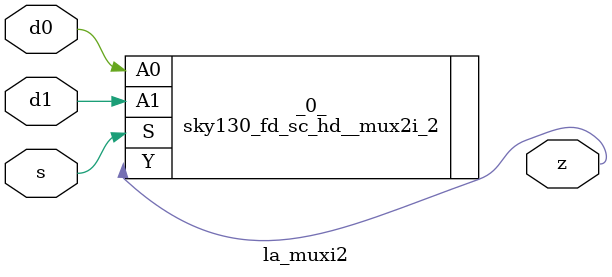
<source format=v>

/* Generated by Yosys 0.44 (git sha1 80ba43d26, g++ 11.4.0-1ubuntu1~22.04 -fPIC -O3) */

(* top =  1  *)
(* src = "inputs/la_muxi2.v:10.1-21.10" *)
module la_muxi2 (
    d0,
    d1,
    s,
    z
);
  (* src = "inputs/la_muxi2.v:13.12-13.14" *)
  input d0;
  wire d0;
  (* src = "inputs/la_muxi2.v:14.12-14.14" *)
  input d1;
  wire d1;
  (* src = "inputs/la_muxi2.v:15.12-15.13" *)
  input s;
  wire s;
  (* src = "inputs/la_muxi2.v:16.12-16.13" *)
  output z;
  wire z;
  sky130_fd_sc_hd__mux2i_2 _0_ (
      .A0(d0),
      .A1(d1),
      .S (s),
      .Y (z)
  );
endmodule

</source>
